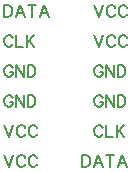
<source format=gto>
G04 Layer: TopSilkLayer*
G04 EasyEDA v6.4.20.6, 2021-08-10T17:15:55+02:00*
G04 7b13affcda024765ae535b18742ed463,10*
G04 Gerber Generator version 0.2*
G04 Scale: 100 percent, Rotated: No, Reflected: No *
G04 Dimensions in millimeters *
G04 leading zeros omitted , absolute positions ,4 integer and 5 decimal *
%FSLAX45Y45*%
%MOMM*%

%ADD14C,0.2032*%

%LPD*%
D14*
X781557Y-808228D02*
G01*
X776986Y-798829D01*
X767587Y-789431D01*
X758189Y-784860D01*
X739394Y-784860D01*
X729995Y-789431D01*
X720597Y-798829D01*
X715771Y-808228D01*
X711200Y-822452D01*
X711200Y-845820D01*
X715771Y-859789D01*
X720597Y-869187D01*
X729995Y-878586D01*
X739394Y-883412D01*
X758189Y-883412D01*
X767587Y-878586D01*
X776986Y-869187D01*
X781557Y-859789D01*
X781557Y-845820D01*
X758189Y-845820D02*
G01*
X781557Y-845820D01*
X812545Y-784860D02*
G01*
X812545Y-883412D01*
X812545Y-784860D02*
G01*
X878078Y-883412D01*
X878078Y-784860D02*
G01*
X878078Y-883412D01*
X909065Y-784860D02*
G01*
X909065Y-883412D01*
X909065Y-784860D02*
G01*
X942086Y-784860D01*
X956055Y-789431D01*
X965454Y-798829D01*
X970026Y-808228D01*
X974852Y-822452D01*
X974852Y-845820D01*
X970026Y-859789D01*
X965454Y-869187D01*
X956055Y-878586D01*
X942086Y-883412D01*
X909065Y-883412D01*
X781557Y-1062228D02*
G01*
X776986Y-1052829D01*
X767587Y-1043431D01*
X758189Y-1038860D01*
X739394Y-1038860D01*
X729995Y-1043431D01*
X720597Y-1052829D01*
X715771Y-1062228D01*
X711200Y-1076452D01*
X711200Y-1099820D01*
X715771Y-1113789D01*
X720597Y-1123187D01*
X729995Y-1132586D01*
X739394Y-1137412D01*
X758189Y-1137412D01*
X767587Y-1132586D01*
X776986Y-1123187D01*
X781557Y-1113789D01*
X781557Y-1099820D01*
X758189Y-1099820D02*
G01*
X781557Y-1099820D01*
X812545Y-1038860D02*
G01*
X812545Y-1137412D01*
X812545Y-1038860D02*
G01*
X878078Y-1137412D01*
X878078Y-1038860D02*
G01*
X878078Y-1137412D01*
X909065Y-1038860D02*
G01*
X909065Y-1137412D01*
X909065Y-1038860D02*
G01*
X942086Y-1038860D01*
X956055Y-1043431D01*
X965454Y-1052829D01*
X970026Y-1062228D01*
X974852Y-1076452D01*
X974852Y-1099820D01*
X970026Y-1113789D01*
X965454Y-1123187D01*
X956055Y-1132586D01*
X942086Y-1137412D01*
X909065Y-1137412D01*
X1543557Y-808228D02*
G01*
X1538986Y-798829D01*
X1529587Y-789431D01*
X1520189Y-784860D01*
X1501394Y-784860D01*
X1491995Y-789431D01*
X1482597Y-798829D01*
X1477771Y-808228D01*
X1473200Y-822452D01*
X1473200Y-845820D01*
X1477771Y-859789D01*
X1482597Y-869187D01*
X1491995Y-878586D01*
X1501394Y-883412D01*
X1520189Y-883412D01*
X1529587Y-878586D01*
X1538986Y-869187D01*
X1543557Y-859789D01*
X1543557Y-845820D01*
X1520189Y-845820D02*
G01*
X1543557Y-845820D01*
X1574545Y-784860D02*
G01*
X1574545Y-883412D01*
X1574545Y-784860D02*
G01*
X1640078Y-883412D01*
X1640078Y-784860D02*
G01*
X1640078Y-883412D01*
X1671065Y-784860D02*
G01*
X1671065Y-883412D01*
X1671065Y-784860D02*
G01*
X1704086Y-784860D01*
X1718055Y-789431D01*
X1727454Y-798829D01*
X1732026Y-808228D01*
X1736852Y-822452D01*
X1736852Y-845820D01*
X1732026Y-859789D01*
X1727454Y-869187D01*
X1718055Y-878586D01*
X1704086Y-883412D01*
X1671065Y-883412D01*
X1543557Y-1062228D02*
G01*
X1538986Y-1052829D01*
X1529587Y-1043431D01*
X1520189Y-1038860D01*
X1501394Y-1038860D01*
X1491995Y-1043431D01*
X1482597Y-1052829D01*
X1477771Y-1062228D01*
X1473200Y-1076452D01*
X1473200Y-1099820D01*
X1477771Y-1113789D01*
X1482597Y-1123187D01*
X1491995Y-1132586D01*
X1501394Y-1137412D01*
X1520189Y-1137412D01*
X1529587Y-1132586D01*
X1538986Y-1123187D01*
X1543557Y-1113789D01*
X1543557Y-1099820D01*
X1520189Y-1099820D02*
G01*
X1543557Y-1099820D01*
X1574545Y-1038860D02*
G01*
X1574545Y-1137412D01*
X1574545Y-1038860D02*
G01*
X1640078Y-1137412D01*
X1640078Y-1038860D02*
G01*
X1640078Y-1137412D01*
X1671065Y-1038860D02*
G01*
X1671065Y-1137412D01*
X1671065Y-1038860D02*
G01*
X1704086Y-1038860D01*
X1718055Y-1043431D01*
X1727454Y-1052829D01*
X1732026Y-1062228D01*
X1736852Y-1076452D01*
X1736852Y-1099820D01*
X1732026Y-1113789D01*
X1727454Y-1123187D01*
X1718055Y-1132586D01*
X1704086Y-1137412D01*
X1671065Y-1137412D01*
X711200Y-1546860D02*
G01*
X748792Y-1645412D01*
X786129Y-1546860D02*
G01*
X748792Y-1645412D01*
X887476Y-1570228D02*
G01*
X882904Y-1560829D01*
X873505Y-1551431D01*
X864107Y-1546860D01*
X845312Y-1546860D01*
X835913Y-1551431D01*
X826515Y-1560829D01*
X821944Y-1570228D01*
X817118Y-1584452D01*
X817118Y-1607820D01*
X821944Y-1621789D01*
X826515Y-1631187D01*
X835913Y-1640586D01*
X845312Y-1645412D01*
X864107Y-1645412D01*
X873505Y-1640586D01*
X882904Y-1631187D01*
X887476Y-1621789D01*
X988821Y-1570228D02*
G01*
X984250Y-1560829D01*
X974852Y-1551431D01*
X965454Y-1546860D01*
X946657Y-1546860D01*
X937260Y-1551431D01*
X927862Y-1560829D01*
X923289Y-1570228D01*
X918463Y-1584452D01*
X918463Y-1607820D01*
X923289Y-1621789D01*
X927862Y-1631187D01*
X937260Y-1640586D01*
X946657Y-1645412D01*
X965454Y-1645412D01*
X974852Y-1640586D01*
X984250Y-1631187D01*
X988821Y-1621789D01*
X711200Y-1292860D02*
G01*
X748792Y-1391412D01*
X786129Y-1292860D02*
G01*
X748792Y-1391412D01*
X887476Y-1316228D02*
G01*
X882904Y-1306829D01*
X873505Y-1297431D01*
X864107Y-1292860D01*
X845312Y-1292860D01*
X835913Y-1297431D01*
X826515Y-1306829D01*
X821944Y-1316228D01*
X817118Y-1330452D01*
X817118Y-1353820D01*
X821944Y-1367789D01*
X826515Y-1377187D01*
X835913Y-1386586D01*
X845312Y-1391412D01*
X864107Y-1391412D01*
X873505Y-1386586D01*
X882904Y-1377187D01*
X887476Y-1367789D01*
X988821Y-1316228D02*
G01*
X984250Y-1306829D01*
X974852Y-1297431D01*
X965454Y-1292860D01*
X946657Y-1292860D01*
X937260Y-1297431D01*
X927862Y-1306829D01*
X923289Y-1316228D01*
X918463Y-1330452D01*
X918463Y-1353820D01*
X923289Y-1367789D01*
X927862Y-1377187D01*
X937260Y-1386586D01*
X946657Y-1391412D01*
X965454Y-1391412D01*
X974852Y-1386586D01*
X984250Y-1377187D01*
X988821Y-1367789D01*
X1371600Y-1546860D02*
G01*
X1371600Y-1645412D01*
X1371600Y-1546860D02*
G01*
X1404365Y-1546860D01*
X1418589Y-1551431D01*
X1427987Y-1560829D01*
X1432560Y-1570228D01*
X1437386Y-1584452D01*
X1437386Y-1607820D01*
X1432560Y-1621789D01*
X1427987Y-1631187D01*
X1418589Y-1640586D01*
X1404365Y-1645412D01*
X1371600Y-1645412D01*
X1505712Y-1546860D02*
G01*
X1468120Y-1645412D01*
X1505712Y-1546860D02*
G01*
X1543304Y-1645412D01*
X1482344Y-1612645D02*
G01*
X1529334Y-1612645D01*
X1607057Y-1546860D02*
G01*
X1607057Y-1645412D01*
X1574292Y-1546860D02*
G01*
X1639823Y-1546860D01*
X1708404Y-1546860D02*
G01*
X1670812Y-1645412D01*
X1708404Y-1546860D02*
G01*
X1745995Y-1645412D01*
X1685036Y-1612645D02*
G01*
X1731771Y-1612645D01*
X1543557Y-1316228D02*
G01*
X1538986Y-1306829D01*
X1529587Y-1297431D01*
X1520189Y-1292860D01*
X1501394Y-1292860D01*
X1491995Y-1297431D01*
X1482597Y-1306829D01*
X1477771Y-1316228D01*
X1473200Y-1330452D01*
X1473200Y-1353820D01*
X1477771Y-1367789D01*
X1482597Y-1377187D01*
X1491995Y-1386586D01*
X1501394Y-1391412D01*
X1520189Y-1391412D01*
X1529587Y-1386586D01*
X1538986Y-1377187D01*
X1543557Y-1367789D01*
X1574545Y-1292860D02*
G01*
X1574545Y-1391412D01*
X1574545Y-1391412D02*
G01*
X1630934Y-1391412D01*
X1661668Y-1292860D02*
G01*
X1661668Y-1391412D01*
X1727454Y-1292860D02*
G01*
X1661668Y-1358645D01*
X1685289Y-1335023D02*
G01*
X1727454Y-1391412D01*
X1473200Y-530860D02*
G01*
X1510792Y-629412D01*
X1548129Y-530860D02*
G01*
X1510792Y-629412D01*
X1649476Y-554228D02*
G01*
X1644904Y-544829D01*
X1635505Y-535431D01*
X1626107Y-530860D01*
X1607312Y-530860D01*
X1597913Y-535431D01*
X1588515Y-544829D01*
X1583944Y-554228D01*
X1579118Y-568452D01*
X1579118Y-591820D01*
X1583944Y-605789D01*
X1588515Y-615187D01*
X1597913Y-624586D01*
X1607312Y-629412D01*
X1626107Y-629412D01*
X1635505Y-624586D01*
X1644904Y-615187D01*
X1649476Y-605789D01*
X1750821Y-554228D02*
G01*
X1746250Y-544829D01*
X1736852Y-535431D01*
X1727454Y-530860D01*
X1708657Y-530860D01*
X1699260Y-535431D01*
X1689862Y-544829D01*
X1685289Y-554228D01*
X1680463Y-568452D01*
X1680463Y-591820D01*
X1685289Y-605789D01*
X1689862Y-615187D01*
X1699260Y-624586D01*
X1708657Y-629412D01*
X1727454Y-629412D01*
X1736852Y-624586D01*
X1746250Y-615187D01*
X1750821Y-605789D01*
X1473200Y-276860D02*
G01*
X1510792Y-375412D01*
X1548129Y-276860D02*
G01*
X1510792Y-375412D01*
X1649476Y-300228D02*
G01*
X1644904Y-290829D01*
X1635505Y-281431D01*
X1626107Y-276860D01*
X1607312Y-276860D01*
X1597913Y-281431D01*
X1588515Y-290829D01*
X1583944Y-300228D01*
X1579118Y-314452D01*
X1579118Y-337820D01*
X1583944Y-351789D01*
X1588515Y-361187D01*
X1597913Y-370586D01*
X1607312Y-375412D01*
X1626107Y-375412D01*
X1635505Y-370586D01*
X1644904Y-361187D01*
X1649476Y-351789D01*
X1750821Y-300228D02*
G01*
X1746250Y-290829D01*
X1736852Y-281431D01*
X1727454Y-276860D01*
X1708657Y-276860D01*
X1699260Y-281431D01*
X1689862Y-290829D01*
X1685289Y-300228D01*
X1680463Y-314452D01*
X1680463Y-337820D01*
X1685289Y-351789D01*
X1689862Y-361187D01*
X1699260Y-370586D01*
X1708657Y-375412D01*
X1727454Y-375412D01*
X1736852Y-370586D01*
X1746250Y-361187D01*
X1750821Y-351789D01*
X711200Y-276860D02*
G01*
X711200Y-375412D01*
X711200Y-276860D02*
G01*
X743965Y-276860D01*
X758189Y-281431D01*
X767587Y-290829D01*
X772160Y-300228D01*
X776986Y-314452D01*
X776986Y-337820D01*
X772160Y-351789D01*
X767587Y-361187D01*
X758189Y-370586D01*
X743965Y-375412D01*
X711200Y-375412D01*
X845312Y-276860D02*
G01*
X807720Y-375412D01*
X845312Y-276860D02*
G01*
X882904Y-375412D01*
X821944Y-342645D02*
G01*
X868934Y-342645D01*
X946657Y-276860D02*
G01*
X946657Y-375412D01*
X913892Y-276860D02*
G01*
X979423Y-276860D01*
X1048004Y-276860D02*
G01*
X1010412Y-375412D01*
X1048004Y-276860D02*
G01*
X1085595Y-375412D01*
X1024636Y-342645D02*
G01*
X1071371Y-342645D01*
X781557Y-554228D02*
G01*
X776986Y-544829D01*
X767587Y-535431D01*
X758189Y-530860D01*
X739394Y-530860D01*
X729995Y-535431D01*
X720597Y-544829D01*
X715771Y-554228D01*
X711200Y-568452D01*
X711200Y-591820D01*
X715771Y-605789D01*
X720597Y-615187D01*
X729995Y-624586D01*
X739394Y-629412D01*
X758189Y-629412D01*
X767587Y-624586D01*
X776986Y-615187D01*
X781557Y-605789D01*
X812545Y-530860D02*
G01*
X812545Y-629412D01*
X812545Y-629412D02*
G01*
X868934Y-629412D01*
X899668Y-530860D02*
G01*
X899668Y-629412D01*
X965454Y-530860D02*
G01*
X899668Y-596645D01*
X923289Y-573023D02*
G01*
X965454Y-629412D01*
M02*

</source>
